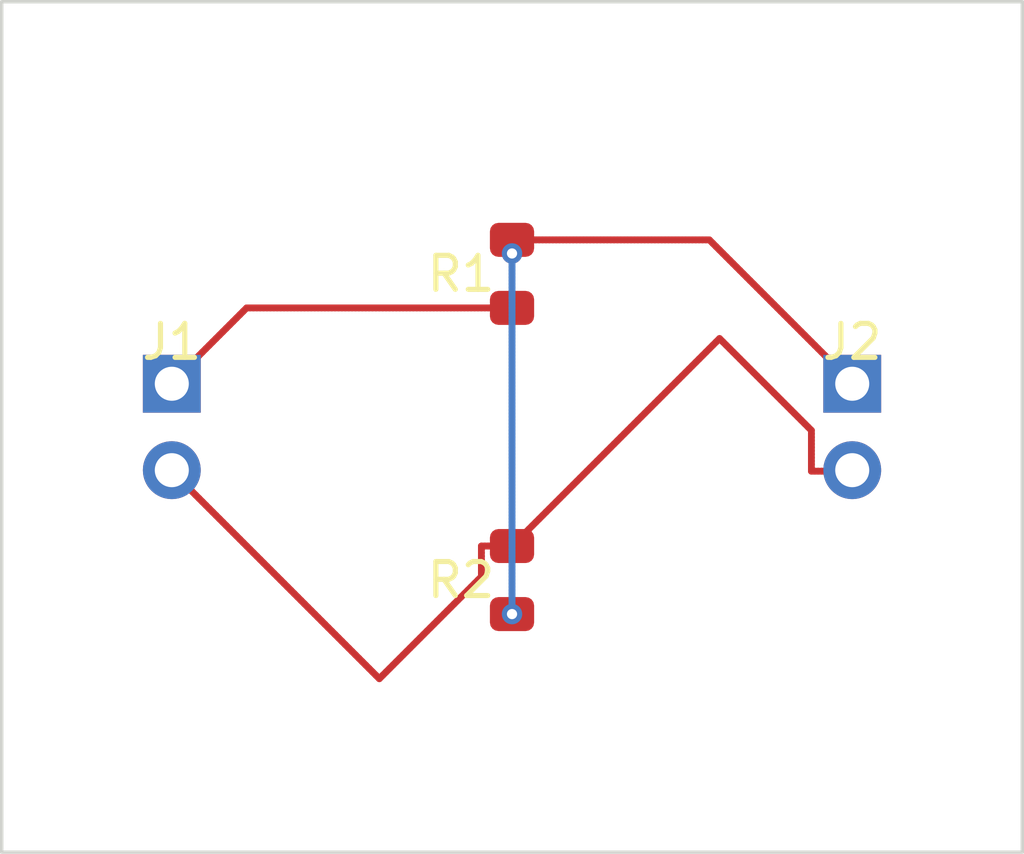
<source format=kicad_pcb>
(kicad_pcb (version 20240108) (generator "kicad-tools-demo") (generator_version "8.0")
  (layers (0 "F.Cu" signal) (31 "B.Cu" signal) (34 "B.Paste" user) (35 "F.Paste" user) (36 "B.SilkS" user "B.Silkscreen") (37 "F.SilkS" user "F.Silkscreen") (38 "B.Mask" user) (39 "F.Mask" user) (44 "Edge.Cuts" user))
  (net 0 "")
  (net 1 "VIN")
  (net 2 "VOUT")
  (net 3 "GND")
  (gr_rect (start 100.0 100.0) (end 130.0 125.0) (stroke (width 0.1)) (fill none) (layer "Edge.Cuts"))
  (footprint "Connector_PinHeader_2.54mm:PinHeader_1x02_P2.54mm_Vertical" (layer "F.Cu") (at 105.0 112.5)
    (fp_text reference "J1" (at 0 -2.5) (layer "F.SilkS"))
    (fp_text value "Conn_01x02")
    (pad "1" thru_hole rect (at 0 -1.270) (size 1.7 1.7) (drill 1.0) (layers "*.Cu" "*.Mask") (net 1 "VIN"))
    (pad "2" thru_hole oval (at 0 1.270) (size 1.7 1.7) (drill 1.0) (layers "*.Cu" "*.Mask") (net 3 "GND"))
  )
  (footprint "Resistor_SMD:R_0805_2012Metric" (layer "F.Cu") (at 115.0 108.0 90)
    (fp_text reference "R1" (at 0 -1.5) (layer "F.SilkS"))
    (fp_text value "10k")
    (pad "1" smd roundrect (at -1.0 0 90) (size 1.0 1.3) (layers "F.Cu" "F.Paste" "F.Mask") (net 1 "VIN"))
    (pad "2" smd roundrect (at 1.0 0 90) (size 1.0 1.3) (layers "F.Cu" "F.Paste" "F.Mask") (net 2 "VOUT"))
  )
  (footprint "Resistor_SMD:R_0805_2012Metric" (layer "F.Cu") (at 115.0 117.0 90)
    (fp_text reference "R2" (at 0 -1.5) (layer "F.SilkS"))
    (fp_text value "10k")
    (pad "1" smd roundrect (at -1.0 0 90) (size 1.0 1.3) (layers "F.Cu" "F.Paste" "F.Mask") (net 2 "VOUT"))
    (pad "2" smd roundrect (at 1.0 0 90) (size 1.0 1.3) (layers "F.Cu" "F.Paste" "F.Mask") (net 3 "GND"))
  )
  (footprint "Connector_PinHeader_2.54mm:PinHeader_1x02_P2.54mm_Vertical" (layer "F.Cu") (at 125.0 112.5)
    (fp_text reference "J2" (at 0 -2.5) (layer "F.SilkS"))
    (fp_text value "Conn_01x02")
    (pad "1" thru_hole rect (at 0 -1.270) (size 1.7 1.7) (drill 1.0) (layers "*.Cu" "*.Mask") (net 2 "VOUT"))
    (pad "2" thru_hole oval (at 0 1.270) (size 1.7 1.7) (drill 1.0) (layers "*.Cu" "*.Mask") (net 3 "GND"))
  )
  (segment (start 105.0000 113.7700) (end 105.0000 113.8000) (width 0.2) (layer "F.Cu") (net 3))
  (segment (start 105.0000 113.8000) (end 105.1000 113.9000) (width 0.2) (layer "F.Cu") (net 3))
  (segment (start 105.1000 113.9000) (end 105.2000 114.0000) (width 0.2) (layer "F.Cu") (net 3))
  (segment (start 105.2000 114.0000) (end 105.3000 114.1000) (width 0.2) (layer "F.Cu") (net 3))
  (segment (start 105.3000 114.1000) (end 105.4000 114.2000) (width 0.2) (layer "F.Cu") (net 3))
  (segment (start 105.4000 114.2000) (end 105.5000 114.3000) (width 0.2) (layer "F.Cu") (net 3))
  (segment (start 105.5000 114.3000) (end 105.6000 114.4000) (width 0.2) (layer "F.Cu") (net 3))
  (segment (start 105.6000 114.4000) (end 105.7000 114.5000) (width 0.2) (layer "F.Cu") (net 3))
  (segment (start 105.7000 114.5000) (end 105.8000 114.6000) (width 0.2) (layer "F.Cu") (net 3))
  (segment (start 105.8000 114.6000) (end 105.9000 114.7000) (width 0.2) (layer "F.Cu") (net 3))
  (segment (start 105.9000 114.7000) (end 106.0000 114.8000) (width 0.2) (layer "F.Cu") (net 3))
  (segment (start 106.0000 114.8000) (end 106.1000 114.9000) (width 0.2) (layer "F.Cu") (net 3))
  (segment (start 106.1000 114.9000) (end 106.2000 115.0000) (width 0.2) (layer "F.Cu") (net 3))
  (segment (start 106.2000 115.0000) (end 106.3000 115.1000) (width 0.2) (layer "F.Cu") (net 3))
  (segment (start 106.3000 115.1000) (end 106.4000 115.2000) (width 0.2) (layer "F.Cu") (net 3))
  (segment (start 106.4000 115.2000) (end 106.5000 115.3000) (width 0.2) (layer "F.Cu") (net 3))
  (segment (start 106.5000 115.3000) (end 106.6000 115.4000) (width 0.2) (layer "F.Cu") (net 3))
  (segment (start 106.6000 115.4000) (end 106.7000 115.5000) (width 0.2) (layer "F.Cu") (net 3))
  (segment (start 106.7000 115.5000) (end 106.8000 115.6000) (width 0.2) (layer "F.Cu") (net 3))
  (segment (start 106.8000 115.6000) (end 106.9000 115.7000) (width 0.2) (layer "F.Cu") (net 3))
  (segment (start 106.9000 115.7000) (end 107.0000 115.8000) (width 0.2) (layer "F.Cu") (net 3))
  (segment (start 107.0000 115.8000) (end 107.1000 115.9000) (width 0.2) (layer "F.Cu") (net 3))
  (segment (start 107.1000 115.9000) (end 107.2000 116.0000) (width 0.2) (layer "F.Cu") (net 3))
  (segment (start 107.2000 116.0000) (end 107.3000 116.1000) (width 0.2) (layer "F.Cu") (net 3))
  (segment (start 107.3000 116.1000) (end 107.4000 116.2000) (width 0.2) (layer "F.Cu") (net 3))
  (segment (start 107.4000 116.2000) (end 107.5000 116.3000) (width 0.2) (layer "F.Cu") (net 3))
  (segment (start 107.5000 116.3000) (end 107.6000 116.4000) (width 0.2) (layer "F.Cu") (net 3))
  (segment (start 107.6000 116.4000) (end 107.7000 116.5000) (width 0.2) (layer "F.Cu") (net 3))
  (segment (start 107.7000 116.5000) (end 107.8000 116.6000) (width 0.2) (layer "F.Cu") (net 3))
  (segment (start 107.8000 116.6000) (end 107.9000 116.7000) (width 0.2) (layer "F.Cu") (net 3))
  (segment (start 107.9000 116.7000) (end 108.0000 116.8000) (width 0.2) (layer "F.Cu") (net 3))
  (segment (start 108.0000 116.8000) (end 108.1000 116.9000) (width 0.2) (layer "F.Cu") (net 3))
  (segment (start 108.1000 116.9000) (end 108.2000 117.0000) (width 0.2) (layer "F.Cu") (net 3))
  (segment (start 108.2000 117.0000) (end 108.3000 117.1000) (width 0.2) (layer "F.Cu") (net 3))
  (segment (start 108.3000 117.1000) (end 108.4000 117.2000) (width 0.2) (layer "F.Cu") (net 3))
  (segment (start 108.4000 117.2000) (end 108.5000 117.3000) (width 0.2) (layer "F.Cu") (net 3))
  (segment (start 108.5000 117.3000) (end 108.6000 117.4000) (width 0.2) (layer "F.Cu") (net 3))
  (segment (start 108.6000 117.4000) (end 108.7000 117.5000) (width 0.2) (layer "F.Cu") (net 3))
  (segment (start 108.7000 117.5000) (end 108.8000 117.6000) (width 0.2) (layer "F.Cu") (net 3))
  (segment (start 108.8000 117.6000) (end 108.9000 117.7000) (width 0.2) (layer "F.Cu") (net 3))
  (segment (start 108.9000 117.7000) (end 109.0000 117.8000) (width 0.2) (layer "F.Cu") (net 3))
  (segment (start 109.0000 117.8000) (end 109.1000 117.9000) (width 0.2) (layer "F.Cu") (net 3))
  (segment (start 109.1000 117.9000) (end 109.2000 118.0000) (width 0.2) (layer "F.Cu") (net 3))
  (segment (start 109.2000 118.0000) (end 109.3000 118.1000) (width 0.2) (layer "F.Cu") (net 3))
  (segment (start 109.3000 118.1000) (end 109.4000 118.2000) (width 0.2) (layer "F.Cu") (net 3))
  (segment (start 109.4000 118.2000) (end 109.5000 118.3000) (width 0.2) (layer "F.Cu") (net 3))
  (segment (start 109.5000 118.3000) (end 109.6000 118.4000) (width 0.2) (layer "F.Cu") (net 3))
  (segment (start 109.6000 118.4000) (end 109.7000 118.5000) (width 0.2) (layer "F.Cu") (net 3))
  (segment (start 109.7000 118.5000) (end 109.8000 118.6000) (width 0.2) (layer "F.Cu") (net 3))
  (segment (start 109.8000 118.6000) (end 109.9000 118.7000) (width 0.2) (layer "F.Cu") (net 3))
  (segment (start 109.9000 118.7000) (end 110.0000 118.8000) (width 0.2) (layer "F.Cu") (net 3))
  (segment (start 110.0000 118.8000) (end 110.1000 118.9000) (width 0.2) (layer "F.Cu") (net 3))
  (segment (start 110.1000 118.9000) (end 110.2000 119.0000) (width 0.2) (layer "F.Cu") (net 3))
  (segment (start 110.2000 119.0000) (end 110.3000 119.1000) (width 0.2) (layer "F.Cu") (net 3))
  (segment (start 110.3000 119.1000) (end 110.4000 119.2000) (width 0.2) (layer "F.Cu") (net 3))
  (segment (start 110.4000 119.2000) (end 110.5000 119.3000) (width 0.2) (layer "F.Cu") (net 3))
  (segment (start 110.5000 119.3000) (end 110.6000 119.4000) (width 0.2) (layer "F.Cu") (net 3))
  (segment (start 110.6000 119.4000) (end 110.7000 119.5000) (width 0.2) (layer "F.Cu") (net 3))
  (segment (start 110.7000 119.5000) (end 110.8000 119.6000) (width 0.2) (layer "F.Cu") (net 3))
  (segment (start 110.8000 119.6000) (end 110.9000 119.7000) (width 0.2) (layer "F.Cu") (net 3))
  (segment (start 110.9000 119.7000) (end 111.0000 119.8000) (width 0.2) (layer "F.Cu") (net 3))
  (segment (start 111.0000 119.8000) (end 111.1000 119.9000) (width 0.2) (layer "F.Cu") (net 3))
  (segment (start 111.1000 119.9000) (end 111.2000 119.8000) (width 0.2) (layer "F.Cu") (net 3))
  (segment (start 111.2000 119.8000) (end 111.3000 119.7000) (width 0.2) (layer "F.Cu") (net 3))
  (segment (start 111.3000 119.7000) (end 111.4000 119.6000) (width 0.2) (layer "F.Cu") (net 3))
  (segment (start 111.4000 119.6000) (end 111.5000 119.5000) (width 0.2) (layer "F.Cu") (net 3))
  (segment (start 111.5000 119.5000) (end 111.6000 119.4000) (width 0.2) (layer "F.Cu") (net 3))
  (segment (start 111.6000 119.4000) (end 111.7000 119.3000) (width 0.2) (layer "F.Cu") (net 3))
  (segment (start 111.7000 119.3000) (end 111.8000 119.2000) (width 0.2) (layer "F.Cu") (net 3))
  (segment (start 111.8000 119.2000) (end 111.9000 119.1000) (width 0.2) (layer "F.Cu") (net 3))
  (segment (start 111.9000 119.1000) (end 112.0000 119.0000) (width 0.2) (layer "F.Cu") (net 3))
  (segment (start 112.0000 119.0000) (end 112.1000 118.9000) (width 0.2) (layer "F.Cu") (net 3))
  (segment (start 112.1000 118.9000) (end 112.2000 118.8000) (width 0.2) (layer "F.Cu") (net 3))
  (segment (start 112.2000 118.8000) (end 112.3000 118.7000) (width 0.2) (layer "F.Cu") (net 3))
  (segment (start 112.3000 118.7000) (end 112.4000 118.6000) (width 0.2) (layer "F.Cu") (net 3))
  (segment (start 112.4000 118.6000) (end 112.5000 118.5000) (width 0.2) (layer "F.Cu") (net 3))
  (segment (start 112.5000 118.5000) (end 112.6000 118.4000) (width 0.2) (layer "F.Cu") (net 3))
  (segment (start 112.6000 118.4000) (end 112.7000 118.3000) (width 0.2) (layer "F.Cu") (net 3))
  (segment (start 112.7000 118.3000) (end 112.8000 118.2000) (width 0.2) (layer "F.Cu") (net 3))
  (segment (start 112.8000 118.2000) (end 112.9000 118.1000) (width 0.2) (layer "F.Cu") (net 3))
  (segment (start 112.9000 118.1000) (end 113.0000 118.0000) (width 0.2) (layer "F.Cu") (net 3))
  (segment (start 113.0000 118.0000) (end 113.1000 117.9000) (width 0.2) (layer "F.Cu") (net 3))
  (segment (start 113.1000 117.9000) (end 113.2000 117.8000) (width 0.2) (layer "F.Cu") (net 3))
  (segment (start 113.2000 117.8000) (end 113.3000 117.7000) (width 0.2) (layer "F.Cu") (net 3))
  (segment (start 113.3000 117.7000) (end 113.4000 117.6000) (width 0.2) (layer "F.Cu") (net 3))
  (segment (start 113.4000 117.6000) (end 113.5000 117.5000) (width 0.2) (layer "F.Cu") (net 3))
  (segment (start 113.5000 117.5000) (end 113.6000 117.4000) (width 0.2) (layer "F.Cu") (net 3))
  (segment (start 113.6000 117.4000) (end 113.7000 117.3000) (width 0.2) (layer "F.Cu") (net 3))
  (segment (start 113.7000 117.3000) (end 113.8000 117.2000) (width 0.2) (layer "F.Cu") (net 3))
  (segment (start 113.8000 117.2000) (end 113.9000 117.1000) (width 0.2) (layer "F.Cu") (net 3))
  (segment (start 113.9000 117.1000) (end 114.0000 117.0000) (width 0.2) (layer "F.Cu") (net 3))
  (segment (start 114.0000 117.0000) (end 114.1000 116.9000) (width 0.2) (layer "F.Cu") (net 3))
  (segment (start 114.1000 116.9000) (end 114.1000 116.8000) (width 0.2) (layer "F.Cu") (net 3))
  (segment (start 114.1000 116.8000) (end 114.1000 116.7000) (width 0.2) (layer "F.Cu") (net 3))
  (segment (start 114.1000 116.7000) (end 114.1000 116.6000) (width 0.2) (layer "F.Cu") (net 3))
  (segment (start 114.1000 116.6000) (end 114.1000 116.5000) (width 0.2) (layer "F.Cu") (net 3))
  (segment (start 114.1000 116.5000) (end 114.1000 116.4000) (width 0.2) (layer "F.Cu") (net 3))
  (segment (start 114.1000 116.4000) (end 114.1000 116.3000) (width 0.2) (layer "F.Cu") (net 3))
  (segment (start 114.1000 116.3000) (end 114.1000 116.2000) (width 0.2) (layer "F.Cu") (net 3))
  (segment (start 114.1000 116.2000) (end 114.1000 116.1000) (width 0.2) (layer "F.Cu") (net 3))
  (segment (start 114.1000 116.1000) (end 114.1000 116.0000) (width 0.2) (layer "F.Cu") (net 3))
  (segment (start 114.1000 116.0000) (end 114.2000 116.0000) (width 0.2) (layer "F.Cu") (net 3))
  (segment (start 114.2000 116.0000) (end 114.3000 116.0000) (width 0.2) (layer "F.Cu") (net 3))
  (segment (start 114.3000 116.0000) (end 114.4000 116.0000) (width 0.2) (layer "F.Cu") (net 3))
  (segment (start 114.4000 116.0000) (end 114.5000 116.0000) (width 0.2) (layer "F.Cu") (net 3))
  (segment (start 114.5000 116.0000) (end 114.6000 116.0000) (width 0.2) (layer "F.Cu") (net 3))
  (segment (start 114.6000 116.0000) (end 114.7000 116.0000) (width 0.2) (layer "F.Cu") (net 3))
  (segment (start 114.7000 116.0000) (end 114.8000 116.0000) (width 0.2) (layer "F.Cu") (net 3))
  (segment (start 114.8000 116.0000) (end 114.9000 116.0000) (width 0.2) (layer "F.Cu") (net 3))
  (segment (start 114.9000 116.0000) (end 115.0000 116.0000) (width 0.2) (layer "F.Cu") (net 3))
  (segment (start 115.0000 116.0000) (end 115.1000 115.9000) (width 0.2) (layer "F.Cu") (net 3))
  (segment (start 115.1000 115.9000) (end 115.2000 115.8000) (width 0.2) (layer "F.Cu") (net 3))
  (segment (start 115.2000 115.8000) (end 115.3000 115.7000) (width 0.2) (layer "F.Cu") (net 3))
  (segment (start 115.3000 115.7000) (end 115.4000 115.6000) (width 0.2) (layer "F.Cu") (net 3))
  (segment (start 115.4000 115.6000) (end 115.5000 115.5000) (width 0.2) (layer "F.Cu") (net 3))
  (segment (start 115.5000 115.5000) (end 115.6000 115.4000) (width 0.2) (layer "F.Cu") (net 3))
  (segment (start 115.6000 115.4000) (end 115.7000 115.3000) (width 0.2) (layer "F.Cu") (net 3))
  (segment (start 115.7000 115.3000) (end 115.8000 115.2000) (width 0.2) (layer "F.Cu") (net 3))
  (segment (start 115.8000 115.2000) (end 115.9000 115.1000) (width 0.2) (layer "F.Cu") (net 3))
  (segment (start 115.9000 115.1000) (end 116.0000 115.0000) (width 0.2) (layer "F.Cu") (net 3))
  (segment (start 116.0000 115.0000) (end 116.1000 114.9000) (width 0.2) (layer "F.Cu") (net 3))
  (segment (start 116.1000 114.9000) (end 116.2000 114.8000) (width 0.2) (layer "F.Cu") (net 3))
  (segment (start 116.2000 114.8000) (end 116.3000 114.7000) (width 0.2) (layer "F.Cu") (net 3))
  (segment (start 116.3000 114.7000) (end 116.4000 114.6000) (width 0.2) (layer "F.Cu") (net 3))
  (segment (start 116.4000 114.6000) (end 116.5000 114.5000) (width 0.2) (layer "F.Cu") (net 3))
  (segment (start 116.5000 114.5000) (end 116.6000 114.4000) (width 0.2) (layer "F.Cu") (net 3))
  (segment (start 116.6000 114.4000) (end 116.7000 114.3000) (width 0.2) (layer "F.Cu") (net 3))
  (segment (start 116.7000 114.3000) (end 116.8000 114.2000) (width 0.2) (layer "F.Cu") (net 3))
  (segment (start 116.8000 114.2000) (end 116.9000 114.1000) (width 0.2) (layer "F.Cu") (net 3))
  (segment (start 116.9000 114.1000) (end 117.0000 114.0000) (width 0.2) (layer "F.Cu") (net 3))
  (segment (start 117.0000 114.0000) (end 117.1000 113.9000) (width 0.2) (layer "F.Cu") (net 3))
  (segment (start 117.1000 113.9000) (end 117.2000 113.8000) (width 0.2) (layer "F.Cu") (net 3))
  (segment (start 117.2000 113.8000) (end 117.3000 113.7000) (width 0.2) (layer "F.Cu") (net 3))
  (segment (start 117.3000 113.7000) (end 117.4000 113.6000) (width 0.2) (layer "F.Cu") (net 3))
  (segment (start 117.4000 113.6000) (end 117.5000 113.5000) (width 0.2) (layer "F.Cu") (net 3))
  (segment (start 117.5000 113.5000) (end 117.6000 113.4000) (width 0.2) (layer "F.Cu") (net 3))
  (segment (start 117.6000 113.4000) (end 117.7000 113.3000) (width 0.2) (layer "F.Cu") (net 3))
  (segment (start 117.7000 113.3000) (end 117.8000 113.2000) (width 0.2) (layer "F.Cu") (net 3))
  (segment (start 117.8000 113.2000) (end 117.9000 113.1000) (width 0.2) (layer "F.Cu") (net 3))
  (segment (start 117.9000 113.1000) (end 118.0000 113.0000) (width 0.2) (layer "F.Cu") (net 3))
  (segment (start 118.0000 113.0000) (end 118.1000 112.9000) (width 0.2) (layer "F.Cu") (net 3))
  (segment (start 118.1000 112.9000) (end 118.2000 112.8000) (width 0.2) (layer "F.Cu") (net 3))
  (segment (start 118.2000 112.8000) (end 118.3000 112.7000) (width 0.2) (layer "F.Cu") (net 3))
  (segment (start 118.3000 112.7000) (end 118.4000 112.6000) (width 0.2) (layer "F.Cu") (net 3))
  (segment (start 118.4000 112.6000) (end 118.5000 112.5000) (width 0.2) (layer "F.Cu") (net 3))
  (segment (start 118.5000 112.5000) (end 118.6000 112.4000) (width 0.2) (layer "F.Cu") (net 3))
  (segment (start 118.6000 112.4000) (end 118.7000 112.3000) (width 0.2) (layer "F.Cu") (net 3))
  (segment (start 118.7000 112.3000) (end 118.8000 112.2000) (width 0.2) (layer "F.Cu") (net 3))
  (segment (start 118.8000 112.2000) (end 118.9000 112.1000) (width 0.2) (layer "F.Cu") (net 3))
  (segment (start 118.9000 112.1000) (end 119.0000 112.0000) (width 0.2) (layer "F.Cu") (net 3))
  (segment (start 119.0000 112.0000) (end 119.1000 111.9000) (width 0.2) (layer "F.Cu") (net 3))
  (segment (start 119.1000 111.9000) (end 119.2000 111.8000) (width 0.2) (layer "F.Cu") (net 3))
  (segment (start 119.2000 111.8000) (end 119.3000 111.7000) (width 0.2) (layer "F.Cu") (net 3))
  (segment (start 119.3000 111.7000) (end 119.4000 111.6000) (width 0.2) (layer "F.Cu") (net 3))
  (segment (start 119.4000 111.6000) (end 119.5000 111.5000) (width 0.2) (layer "F.Cu") (net 3))
  (segment (start 119.5000 111.5000) (end 119.6000 111.4000) (width 0.2) (layer "F.Cu") (net 3))
  (segment (start 119.6000 111.4000) (end 119.7000 111.3000) (width 0.2) (layer "F.Cu") (net 3))
  (segment (start 119.7000 111.3000) (end 119.8000 111.2000) (width 0.2) (layer "F.Cu") (net 3))
  (segment (start 119.8000 111.2000) (end 119.9000 111.1000) (width 0.2) (layer "F.Cu") (net 3))
  (segment (start 119.9000 111.1000) (end 120.0000 111.0000) (width 0.2) (layer "F.Cu") (net 3))
  (segment (start 120.0000 111.0000) (end 120.1000 110.9000) (width 0.2) (layer "F.Cu") (net 3))
  (segment (start 120.1000 110.9000) (end 120.2000 110.8000) (width 0.2) (layer "F.Cu") (net 3))
  (segment (start 120.2000 110.8000) (end 120.3000 110.7000) (width 0.2) (layer "F.Cu") (net 3))
  (segment (start 120.3000 110.7000) (end 120.4000 110.6000) (width 0.2) (layer "F.Cu") (net 3))
  (segment (start 120.4000 110.6000) (end 120.5000 110.5000) (width 0.2) (layer "F.Cu") (net 3))
  (segment (start 120.5000 110.5000) (end 120.6000 110.4000) (width 0.2) (layer "F.Cu") (net 3))
  (segment (start 120.6000 110.4000) (end 120.7000 110.3000) (width 0.2) (layer "F.Cu") (net 3))
  (segment (start 120.7000 110.3000) (end 120.8000 110.2000) (width 0.2) (layer "F.Cu") (net 3))
  (segment (start 120.8000 110.2000) (end 120.9000 110.1000) (width 0.2) (layer "F.Cu") (net 3))
  (segment (start 120.9000 110.1000) (end 121.0000 110.0000) (width 0.2) (layer "F.Cu") (net 3))
  (segment (start 121.0000 110.0000) (end 121.1000 109.9000) (width 0.2) (layer "F.Cu") (net 3))
  (segment (start 121.1000 109.9000) (end 121.2000 110.0000) (width 0.2) (layer "F.Cu") (net 3))
  (segment (start 121.2000 110.0000) (end 121.3000 110.1000) (width 0.2) (layer "F.Cu") (net 3))
  (segment (start 121.3000 110.1000) (end 121.4000 110.2000) (width 0.2) (layer "F.Cu") (net 3))
  (segment (start 121.4000 110.2000) (end 121.5000 110.3000) (width 0.2) (layer "F.Cu") (net 3))
  (segment (start 121.5000 110.3000) (end 121.6000 110.4000) (width 0.2) (layer "F.Cu") (net 3))
  (segment (start 121.6000 110.4000) (end 121.7000 110.5000) (width 0.2) (layer "F.Cu") (net 3))
  (segment (start 121.7000 110.5000) (end 121.8000 110.6000) (width 0.2) (layer "F.Cu") (net 3))
  (segment (start 121.8000 110.6000) (end 121.9000 110.7000) (width 0.2) (layer "F.Cu") (net 3))
  (segment (start 121.9000 110.7000) (end 122.0000 110.8000) (width 0.2) (layer "F.Cu") (net 3))
  (segment (start 122.0000 110.8000) (end 122.1000 110.9000) (width 0.2) (layer "F.Cu") (net 3))
  (segment (start 122.1000 110.9000) (end 122.2000 111.0000) (width 0.2) (layer "F.Cu") (net 3))
  (segment (start 122.2000 111.0000) (end 122.3000 111.1000) (width 0.2) (layer "F.Cu") (net 3))
  (segment (start 122.3000 111.1000) (end 122.4000 111.2000) (width 0.2) (layer "F.Cu") (net 3))
  (segment (start 122.4000 111.2000) (end 122.5000 111.3000) (width 0.2) (layer "F.Cu") (net 3))
  (segment (start 122.5000 111.3000) (end 122.6000 111.4000) (width 0.2) (layer "F.Cu") (net 3))
  (segment (start 122.6000 111.4000) (end 122.7000 111.5000) (width 0.2) (layer "F.Cu") (net 3))
  (segment (start 122.7000 111.5000) (end 122.8000 111.6000) (width 0.2) (layer "F.Cu") (net 3))
  (segment (start 122.8000 111.6000) (end 122.9000 111.7000) (width 0.2) (layer "F.Cu") (net 3))
  (segment (start 122.9000 111.7000) (end 123.0000 111.8000) (width 0.2) (layer "F.Cu") (net 3))
  (segment (start 123.0000 111.8000) (end 123.1000 111.9000) (width 0.2) (layer "F.Cu") (net 3))
  (segment (start 123.1000 111.9000) (end 123.2000 112.0000) (width 0.2) (layer "F.Cu") (net 3))
  (segment (start 123.2000 112.0000) (end 123.3000 112.1000) (width 0.2) (layer "F.Cu") (net 3))
  (segment (start 123.3000 112.1000) (end 123.4000 112.2000) (width 0.2) (layer "F.Cu") (net 3))
  (segment (start 123.4000 112.2000) (end 123.5000 112.3000) (width 0.2) (layer "F.Cu") (net 3))
  (segment (start 123.5000 112.3000) (end 123.6000 112.4000) (width 0.2) (layer "F.Cu") (net 3))
  (segment (start 123.6000 112.4000) (end 123.7000 112.5000) (width 0.2) (layer "F.Cu") (net 3))
  (segment (start 123.7000 112.5000) (end 123.8000 112.6000) (width 0.2) (layer "F.Cu") (net 3))
  (segment (start 123.8000 112.6000) (end 123.8000 112.7000) (width 0.2) (layer "F.Cu") (net 3))
  (segment (start 123.8000 112.7000) (end 123.8000 112.8000) (width 0.2) (layer "F.Cu") (net 3))
  (segment (start 123.8000 112.8000) (end 123.8000 112.9000) (width 0.2) (layer "F.Cu") (net 3))
  (segment (start 123.8000 112.9000) (end 123.8000 113.0000) (width 0.2) (layer "F.Cu") (net 3))
  (segment (start 123.8000 113.0000) (end 123.8000 113.1000) (width 0.2) (layer "F.Cu") (net 3))
  (segment (start 123.8000 113.1000) (end 123.8000 113.2000) (width 0.2) (layer "F.Cu") (net 3))
  (segment (start 123.8000 113.2000) (end 123.8000 113.3000) (width 0.2) (layer "F.Cu") (net 3))
  (segment (start 123.8000 113.3000) (end 123.8000 113.4000) (width 0.2) (layer "F.Cu") (net 3))
  (segment (start 123.8000 113.4000) (end 123.8000 113.5000) (width 0.2) (layer "F.Cu") (net 3))
  (segment (start 123.8000 113.5000) (end 123.8000 113.6000) (width 0.2) (layer "F.Cu") (net 3))
  (segment (start 123.8000 113.6000) (end 123.8000 113.7000) (width 0.2) (layer "F.Cu") (net 3))
  (segment (start 123.8000 113.7000) (end 123.8000 113.8000) (width 0.2) (layer "F.Cu") (net 3))
  (segment (start 123.8000 113.8000) (end 123.9000 113.8000) (width 0.2) (layer "F.Cu") (net 3))
  (segment (start 123.9000 113.8000) (end 124.0000 113.8000) (width 0.2) (layer "F.Cu") (net 3))
  (segment (start 124.0000 113.8000) (end 124.1000 113.8000) (width 0.2) (layer "F.Cu") (net 3))
  (segment (start 124.1000 113.8000) (end 124.2000 113.8000) (width 0.2) (layer "F.Cu") (net 3))
  (segment (start 124.2000 113.8000) (end 124.3000 113.8000) (width 0.2) (layer "F.Cu") (net 3))
  (segment (start 124.3000 113.8000) (end 124.4000 113.8000) (width 0.2) (layer "F.Cu") (net 3))
  (segment (start 124.4000 113.8000) (end 124.5000 113.8000) (width 0.2) (layer "F.Cu") (net 3))
  (segment (start 124.5000 113.8000) (end 124.6000 113.8000) (width 0.2) (layer "F.Cu") (net 3))
  (segment (start 124.6000 113.8000) (end 124.7000 113.8000) (width 0.2) (layer "F.Cu") (net 3))
  (segment (start 124.7000 113.8000) (end 124.8000 113.8000) (width 0.2) (layer "F.Cu") (net 3))
  (segment (start 124.8000 113.8000) (end 124.9000 113.8000) (width 0.2) (layer "F.Cu") (net 3))
  (segment (start 124.9000 113.8000) (end 125.0000 113.8000) (width 0.2) (layer "F.Cu") (net 3))
  (segment (start 125.0000 113.8000) (end 125.0000 113.7700) (width 0.2) (layer "F.Cu") (net 3))
  (segment (start 105.0000 111.2300) (end 105.0000 111.2000) (width 0.2) (layer "F.Cu") (net 1))
  (segment (start 105.0000 111.2000) (end 105.1000 111.1000) (width 0.2) (layer "F.Cu") (net 1))
  (segment (start 105.1000 111.1000) (end 105.2000 111.0000) (width 0.2) (layer "F.Cu") (net 1))
  (segment (start 105.2000 111.0000) (end 105.3000 110.9000) (width 0.2) (layer "F.Cu") (net 1))
  (segment (start 105.3000 110.9000) (end 105.4000 110.8000) (width 0.2) (layer "F.Cu") (net 1))
  (segment (start 105.4000 110.8000) (end 105.5000 110.7000) (width 0.2) (layer "F.Cu") (net 1))
  (segment (start 105.5000 110.7000) (end 105.6000 110.6000) (width 0.2) (layer "F.Cu") (net 1))
  (segment (start 105.6000 110.6000) (end 105.7000 110.5000) (width 0.2) (layer "F.Cu") (net 1))
  (segment (start 105.7000 110.5000) (end 105.8000 110.4000) (width 0.2) (layer "F.Cu") (net 1))
  (segment (start 105.8000 110.4000) (end 105.9000 110.3000) (width 0.2) (layer "F.Cu") (net 1))
  (segment (start 105.9000 110.3000) (end 106.0000 110.2000) (width 0.2) (layer "F.Cu") (net 1))
  (segment (start 106.0000 110.2000) (end 106.1000 110.1000) (width 0.2) (layer "F.Cu") (net 1))
  (segment (start 106.1000 110.1000) (end 106.2000 110.0000) (width 0.2) (layer "F.Cu") (net 1))
  (segment (start 106.2000 110.0000) (end 106.3000 109.9000) (width 0.2) (layer "F.Cu") (net 1))
  (segment (start 106.3000 109.9000) (end 106.4000 109.8000) (width 0.2) (layer "F.Cu") (net 1))
  (segment (start 106.4000 109.8000) (end 106.5000 109.7000) (width 0.2) (layer "F.Cu") (net 1))
  (segment (start 106.5000 109.7000) (end 106.6000 109.6000) (width 0.2) (layer "F.Cu") (net 1))
  (segment (start 106.6000 109.6000) (end 106.7000 109.5000) (width 0.2) (layer "F.Cu") (net 1))
  (segment (start 106.7000 109.5000) (end 106.8000 109.4000) (width 0.2) (layer "F.Cu") (net 1))
  (segment (start 106.8000 109.4000) (end 106.9000 109.3000) (width 0.2) (layer "F.Cu") (net 1))
  (segment (start 106.9000 109.3000) (end 107.0000 109.2000) (width 0.2) (layer "F.Cu") (net 1))
  (segment (start 107.0000 109.2000) (end 107.1000 109.1000) (width 0.2) (layer "F.Cu") (net 1))
  (segment (start 107.1000 109.1000) (end 107.2000 109.0000) (width 0.2) (layer "F.Cu") (net 1))
  (segment (start 107.2000 109.0000) (end 107.3000 109.0000) (width 0.2) (layer "F.Cu") (net 1))
  (segment (start 107.3000 109.0000) (end 107.4000 109.0000) (width 0.2) (layer "F.Cu") (net 1))
  (segment (start 107.4000 109.0000) (end 107.5000 109.0000) (width 0.2) (layer "F.Cu") (net 1))
  (segment (start 107.5000 109.0000) (end 107.6000 109.0000) (width 0.2) (layer "F.Cu") (net 1))
  (segment (start 107.6000 109.0000) (end 107.7000 109.0000) (width 0.2) (layer "F.Cu") (net 1))
  (segment (start 107.7000 109.0000) (end 107.8000 109.0000) (width 0.2) (layer "F.Cu") (net 1))
  (segment (start 107.8000 109.0000) (end 107.9000 109.0000) (width 0.2) (layer "F.Cu") (net 1))
  (segment (start 107.9000 109.0000) (end 108.0000 109.0000) (width 0.2) (layer "F.Cu") (net 1))
  (segment (start 108.0000 109.0000) (end 108.1000 109.0000) (width 0.2) (layer "F.Cu") (net 1))
  (segment (start 108.1000 109.0000) (end 108.2000 109.0000) (width 0.2) (layer "F.Cu") (net 1))
  (segment (start 108.2000 109.0000) (end 108.3000 109.0000) (width 0.2) (layer "F.Cu") (net 1))
  (segment (start 108.3000 109.0000) (end 108.4000 109.0000) (width 0.2) (layer "F.Cu") (net 1))
  (segment (start 108.4000 109.0000) (end 108.5000 109.0000) (width 0.2) (layer "F.Cu") (net 1))
  (segment (start 108.5000 109.0000) (end 108.6000 109.0000) (width 0.2) (layer "F.Cu") (net 1))
  (segment (start 108.6000 109.0000) (end 108.7000 109.0000) (width 0.2) (layer "F.Cu") (net 1))
  (segment (start 108.7000 109.0000) (end 108.8000 109.0000) (width 0.2) (layer "F.Cu") (net 1))
  (segment (start 108.8000 109.0000) (end 108.9000 109.0000) (width 0.2) (layer "F.Cu") (net 1))
  (segment (start 108.9000 109.0000) (end 109.0000 109.0000) (width 0.2) (layer "F.Cu") (net 1))
  (segment (start 109.0000 109.0000) (end 109.1000 109.0000) (width 0.2) (layer "F.Cu") (net 1))
  (segment (start 109.1000 109.0000) (end 109.2000 109.0000) (width 0.2) (layer "F.Cu") (net 1))
  (segment (start 109.2000 109.0000) (end 109.3000 109.0000) (width 0.2) (layer "F.Cu") (net 1))
  (segment (start 109.3000 109.0000) (end 109.4000 109.0000) (width 0.2) (layer "F.Cu") (net 1))
  (segment (start 109.4000 109.0000) (end 109.5000 109.0000) (width 0.2) (layer "F.Cu") (net 1))
  (segment (start 109.5000 109.0000) (end 109.6000 109.0000) (width 0.2) (layer "F.Cu") (net 1))
  (segment (start 109.6000 109.0000) (end 109.7000 109.0000) (width 0.2) (layer "F.Cu") (net 1))
  (segment (start 109.7000 109.0000) (end 109.8000 109.0000) (width 0.2) (layer "F.Cu") (net 1))
  (segment (start 109.8000 109.0000) (end 109.9000 109.0000) (width 0.2) (layer "F.Cu") (net 1))
  (segment (start 109.9000 109.0000) (end 110.0000 109.0000) (width 0.2) (layer "F.Cu") (net 1))
  (segment (start 110.0000 109.0000) (end 110.1000 109.0000) (width 0.2) (layer "F.Cu") (net 1))
  (segment (start 110.1000 109.0000) (end 110.2000 109.0000) (width 0.2) (layer "F.Cu") (net 1))
  (segment (start 110.2000 109.0000) (end 110.3000 109.0000) (width 0.2) (layer "F.Cu") (net 1))
  (segment (start 110.3000 109.0000) (end 110.4000 109.0000) (width 0.2) (layer "F.Cu") (net 1))
  (segment (start 110.4000 109.0000) (end 110.5000 109.0000) (width 0.2) (layer "F.Cu") (net 1))
  (segment (start 110.5000 109.0000) (end 110.6000 109.0000) (width 0.2) (layer "F.Cu") (net 1))
  (segment (start 110.6000 109.0000) (end 110.7000 109.0000) (width 0.2) (layer "F.Cu") (net 1))
  (segment (start 110.7000 109.0000) (end 110.8000 109.0000) (width 0.2) (layer "F.Cu") (net 1))
  (segment (start 110.8000 109.0000) (end 110.9000 109.0000) (width 0.2) (layer "F.Cu") (net 1))
  (segment (start 110.9000 109.0000) (end 111.0000 109.0000) (width 0.2) (layer "F.Cu") (net 1))
  (segment (start 111.0000 109.0000) (end 111.1000 109.0000) (width 0.2) (layer "F.Cu") (net 1))
  (segment (start 111.1000 109.0000) (end 111.2000 109.0000) (width 0.2) (layer "F.Cu") (net 1))
  (segment (start 111.2000 109.0000) (end 111.3000 109.0000) (width 0.2) (layer "F.Cu") (net 1))
  (segment (start 111.3000 109.0000) (end 111.4000 109.0000) (width 0.2) (layer "F.Cu") (net 1))
  (segment (start 111.4000 109.0000) (end 111.5000 109.0000) (width 0.2) (layer "F.Cu") (net 1))
  (segment (start 111.5000 109.0000) (end 111.6000 109.0000) (width 0.2) (layer "F.Cu") (net 1))
  (segment (start 111.6000 109.0000) (end 111.7000 109.0000) (width 0.2) (layer "F.Cu") (net 1))
  (segment (start 111.7000 109.0000) (end 111.8000 109.0000) (width 0.2) (layer "F.Cu") (net 1))
  (segment (start 111.8000 109.0000) (end 111.9000 109.0000) (width 0.2) (layer "F.Cu") (net 1))
  (segment (start 111.9000 109.0000) (end 112.0000 109.0000) (width 0.2) (layer "F.Cu") (net 1))
  (segment (start 112.0000 109.0000) (end 112.1000 109.0000) (width 0.2) (layer "F.Cu") (net 1))
  (segment (start 112.1000 109.0000) (end 112.2000 109.0000) (width 0.2) (layer "F.Cu") (net 1))
  (segment (start 112.2000 109.0000) (end 112.3000 109.0000) (width 0.2) (layer "F.Cu") (net 1))
  (segment (start 112.3000 109.0000) (end 112.4000 109.0000) (width 0.2) (layer "F.Cu") (net 1))
  (segment (start 112.4000 109.0000) (end 112.5000 109.0000) (width 0.2) (layer "F.Cu") (net 1))
  (segment (start 112.5000 109.0000) (end 112.6000 109.0000) (width 0.2) (layer "F.Cu") (net 1))
  (segment (start 112.6000 109.0000) (end 112.7000 109.0000) (width 0.2) (layer "F.Cu") (net 1))
  (segment (start 112.7000 109.0000) (end 112.8000 109.0000) (width 0.2) (layer "F.Cu") (net 1))
  (segment (start 112.8000 109.0000) (end 112.9000 109.0000) (width 0.2) (layer "F.Cu") (net 1))
  (segment (start 112.9000 109.0000) (end 113.0000 109.0000) (width 0.2) (layer "F.Cu") (net 1))
  (segment (start 113.0000 109.0000) (end 113.1000 109.0000) (width 0.2) (layer "F.Cu") (net 1))
  (segment (start 113.1000 109.0000) (end 113.2000 109.0000) (width 0.2) (layer "F.Cu") (net 1))
  (segment (start 113.2000 109.0000) (end 113.3000 109.0000) (width 0.2) (layer "F.Cu") (net 1))
  (segment (start 113.3000 109.0000) (end 113.4000 109.0000) (width 0.2) (layer "F.Cu") (net 1))
  (segment (start 113.4000 109.0000) (end 113.5000 109.0000) (width 0.2) (layer "F.Cu") (net 1))
  (segment (start 113.5000 109.0000) (end 113.6000 109.0000) (width 0.2) (layer "F.Cu") (net 1))
  (segment (start 113.6000 109.0000) (end 113.7000 109.0000) (width 0.2) (layer "F.Cu") (net 1))
  (segment (start 113.7000 109.0000) (end 113.8000 109.0000) (width 0.2) (layer "F.Cu") (net 1))
  (segment (start 113.8000 109.0000) (end 113.9000 109.0000) (width 0.2) (layer "F.Cu") (net 1))
  (segment (start 113.9000 109.0000) (end 114.0000 109.0000) (width 0.2) (layer "F.Cu") (net 1))
  (segment (start 114.0000 109.0000) (end 114.1000 109.0000) (width 0.2) (layer "F.Cu") (net 1))
  (segment (start 114.1000 109.0000) (end 114.2000 109.0000) (width 0.2) (layer "F.Cu") (net 1))
  (segment (start 114.2000 109.0000) (end 114.3000 109.0000) (width 0.2) (layer "F.Cu") (net 1))
  (segment (start 114.3000 109.0000) (end 114.4000 109.0000) (width 0.2) (layer "F.Cu") (net 1))
  (segment (start 114.4000 109.0000) (end 114.5000 109.0000) (width 0.2) (layer "F.Cu") (net 1))
  (segment (start 114.5000 109.0000) (end 114.6000 109.0000) (width 0.2) (layer "F.Cu") (net 1))
  (segment (start 114.6000 109.0000) (end 114.7000 109.0000) (width 0.2) (layer "F.Cu") (net 1))
  (segment (start 114.7000 109.0000) (end 114.8000 109.0000) (width 0.2) (layer "F.Cu") (net 1))
  (segment (start 114.8000 109.0000) (end 114.9000 109.0000) (width 0.2) (layer "F.Cu") (net 1))
  (segment (start 114.9000 109.0000) (end 115.0000 109.0000) (width 0.2) (layer "F.Cu") (net 1))
  (segment (start 115.0000 107.0000) (end 115.0000 107.1000) (width 0.2) (layer "F.Cu") (net 2))
  (segment (start 115.0000 107.1000) (end 115.0000 107.2000) (width 0.2) (layer "F.Cu") (net 2))
  (segment (start 115.0000 107.2000) (end 115.0000 107.3000) (width 0.2) (layer "F.Cu") (net 2))
  (segment (start 115.0000 107.3000) (end 115.0000 107.4000) (width 0.2) (layer "F.Cu") (net 2))
  (segment (start 115.0000 107.4000) (end 115.0000 107.5000) (width 0.2) (layer "B.Cu") (net 2))
  (segment (start 115.0000 107.5000) (end 115.0000 107.6000) (width 0.2) (layer "B.Cu") (net 2))
  (segment (start 115.0000 107.6000) (end 115.0000 107.7000) (width 0.2) (layer "B.Cu") (net 2))
  (segment (start 115.0000 107.7000) (end 115.0000 107.8000) (width 0.2) (layer "B.Cu") (net 2))
  (segment (start 115.0000 107.8000) (end 115.0000 107.9000) (width 0.2) (layer "B.Cu") (net 2))
  (segment (start 115.0000 107.9000) (end 115.0000 108.0000) (width 0.2) (layer "B.Cu") (net 2))
  (segment (start 115.0000 108.0000) (end 115.0000 108.1000) (width 0.2) (layer "B.Cu") (net 2))
  (segment (start 115.0000 108.1000) (end 115.0000 108.2000) (width 0.2) (layer "B.Cu") (net 2))
  (segment (start 115.0000 108.2000) (end 115.0000 108.3000) (width 0.2) (layer "B.Cu") (net 2))
  (segment (start 115.0000 108.3000) (end 115.0000 108.4000) (width 0.2) (layer "B.Cu") (net 2))
  (segment (start 115.0000 108.4000) (end 115.0000 108.5000) (width 0.2) (layer "B.Cu") (net 2))
  (segment (start 115.0000 108.5000) (end 115.0000 108.6000) (width 0.2) (layer "B.Cu") (net 2))
  (segment (start 115.0000 108.6000) (end 115.0000 108.7000) (width 0.2) (layer "B.Cu") (net 2))
  (segment (start 115.0000 108.7000) (end 115.0000 108.8000) (width 0.2) (layer "B.Cu") (net 2))
  (segment (start 115.0000 108.8000) (end 115.0000 108.9000) (width 0.2) (layer "B.Cu") (net 2))
  (segment (start 115.0000 108.9000) (end 115.0000 109.0000) (width 0.2) (layer "B.Cu") (net 2))
  (segment (start 115.0000 109.0000) (end 115.0000 109.1000) (width 0.2) (layer "B.Cu") (net 2))
  (segment (start 115.0000 109.1000) (end 115.0000 109.2000) (width 0.2) (layer "B.Cu") (net 2))
  (segment (start 115.0000 109.2000) (end 115.0000 109.3000) (width 0.2) (layer "B.Cu") (net 2))
  (segment (start 115.0000 109.3000) (end 115.0000 109.4000) (width 0.2) (layer "B.Cu") (net 2))
  (segment (start 115.0000 109.4000) (end 115.0000 109.5000) (width 0.2) (layer "B.Cu") (net 2))
  (segment (start 115.0000 109.5000) (end 115.0000 109.6000) (width 0.2) (layer "B.Cu") (net 2))
  (segment (start 115.0000 109.6000) (end 115.0000 109.7000) (width 0.2) (layer "B.Cu") (net 2))
  (segment (start 115.0000 109.7000) (end 115.0000 109.8000) (width 0.2) (layer "B.Cu") (net 2))
  (segment (start 115.0000 109.8000) (end 115.0000 109.9000) (width 0.2) (layer "B.Cu") (net 2))
  (segment (start 115.0000 109.9000) (end 115.0000 110.0000) (width 0.2) (layer "B.Cu") (net 2))
  (segment (start 115.0000 110.0000) (end 115.0000 110.1000) (width 0.2) (layer "B.Cu") (net 2))
  (segment (start 115.0000 110.1000) (end 115.0000 110.2000) (width 0.2) (layer "B.Cu") (net 2))
  (segment (start 115.0000 110.2000) (end 115.0000 110.3000) (width 0.2) (layer "B.Cu") (net 2))
  (segment (start 115.0000 110.3000) (end 115.0000 110.4000) (width 0.2) (layer "B.Cu") (net 2))
  (segment (start 115.0000 110.4000) (end 115.0000 110.5000) (width 0.2) (layer "B.Cu") (net 2))
  (segment (start 115.0000 110.5000) (end 115.0000 110.6000) (width 0.2) (layer "B.Cu") (net 2))
  (segment (start 115.0000 110.6000) (end 115.0000 110.7000) (width 0.2) (layer "B.Cu") (net 2))
  (segment (start 115.0000 110.7000) (end 115.0000 110.8000) (width 0.2) (layer "B.Cu") (net 2))
  (segment (start 115.0000 110.8000) (end 115.0000 110.9000) (width 0.2) (layer "B.Cu") (net 2))
  (segment (start 115.0000 110.9000) (end 115.0000 111.0000) (width 0.2) (layer "B.Cu") (net 2))
  (segment (start 115.0000 111.0000) (end 115.0000 111.1000) (width 0.2) (layer "B.Cu") (net 2))
  (segment (start 115.0000 111.1000) (end 115.0000 111.2000) (width 0.2) (layer "B.Cu") (net 2))
  (segment (start 115.0000 111.2000) (end 115.0000 111.3000) (width 0.2) (layer "B.Cu") (net 2))
  (segment (start 115.0000 111.3000) (end 115.0000 111.4000) (width 0.2) (layer "B.Cu") (net 2))
  (segment (start 115.0000 111.4000) (end 115.0000 111.5000) (width 0.2) (layer "B.Cu") (net 2))
  (segment (start 115.0000 111.5000) (end 115.0000 111.6000) (width 0.2) (layer "B.Cu") (net 2))
  (segment (start 115.0000 111.6000) (end 115.0000 111.7000) (width 0.2) (layer "B.Cu") (net 2))
  (segment (start 115.0000 111.7000) (end 115.0000 111.8000) (width 0.2) (layer "B.Cu") (net 2))
  (segment (start 115.0000 111.8000) (end 115.0000 111.9000) (width 0.2) (layer "B.Cu") (net 2))
  (segment (start 115.0000 111.9000) (end 115.0000 112.0000) (width 0.2) (layer "B.Cu") (net 2))
  (segment (start 115.0000 112.0000) (end 115.0000 112.1000) (width 0.2) (layer "B.Cu") (net 2))
  (segment (start 115.0000 112.1000) (end 115.0000 112.2000) (width 0.2) (layer "B.Cu") (net 2))
  (segment (start 115.0000 112.2000) (end 115.0000 112.3000) (width 0.2) (layer "B.Cu") (net 2))
  (segment (start 115.0000 112.3000) (end 115.0000 112.4000) (width 0.2) (layer "B.Cu") (net 2))
  (segment (start 115.0000 112.4000) (end 115.0000 112.5000) (width 0.2) (layer "B.Cu") (net 2))
  (segment (start 115.0000 112.5000) (end 115.0000 112.6000) (width 0.2) (layer "B.Cu") (net 2))
  (segment (start 115.0000 112.6000) (end 115.0000 112.7000) (width 0.2) (layer "B.Cu") (net 2))
  (segment (start 115.0000 112.7000) (end 115.0000 112.8000) (width 0.2) (layer "B.Cu") (net 2))
  (segment (start 115.0000 112.8000) (end 115.0000 112.9000) (width 0.2) (layer "B.Cu") (net 2))
  (segment (start 115.0000 112.9000) (end 115.0000 113.0000) (width 0.2) (layer "B.Cu") (net 2))
  (segment (start 115.0000 113.0000) (end 115.0000 113.1000) (width 0.2) (layer "B.Cu") (net 2))
  (segment (start 115.0000 113.1000) (end 115.0000 113.2000) (width 0.2) (layer "B.Cu") (net 2))
  (segment (start 115.0000 113.2000) (end 115.0000 113.3000) (width 0.2) (layer "B.Cu") (net 2))
  (segment (start 115.0000 113.3000) (end 115.0000 113.4000) (width 0.2) (layer "B.Cu") (net 2))
  (segment (start 115.0000 113.4000) (end 115.0000 113.5000) (width 0.2) (layer "B.Cu") (net 2))
  (segment (start 115.0000 113.5000) (end 115.0000 113.6000) (width 0.2) (layer "B.Cu") (net 2))
  (segment (start 115.0000 113.6000) (end 115.0000 113.7000) (width 0.2) (layer "B.Cu") (net 2))
  (segment (start 115.0000 113.7000) (end 115.0000 113.8000) (width 0.2) (layer "B.Cu") (net 2))
  (segment (start 115.0000 113.8000) (end 115.0000 113.9000) (width 0.2) (layer "B.Cu") (net 2))
  (segment (start 115.0000 113.9000) (end 115.0000 114.0000) (width 0.2) (layer "B.Cu") (net 2))
  (segment (start 115.0000 114.0000) (end 115.0000 114.1000) (width 0.2) (layer "B.Cu") (net 2))
  (segment (start 115.0000 114.1000) (end 115.0000 114.2000) (width 0.2) (layer "B.Cu") (net 2))
  (segment (start 115.0000 114.2000) (end 115.0000 114.3000) (width 0.2) (layer "B.Cu") (net 2))
  (segment (start 115.0000 114.3000) (end 115.0000 114.4000) (width 0.2) (layer "B.Cu") (net 2))
  (segment (start 115.0000 114.4000) (end 115.0000 114.5000) (width 0.2) (layer "B.Cu") (net 2))
  (segment (start 115.0000 114.5000) (end 115.0000 114.6000) (width 0.2) (layer "B.Cu") (net 2))
  (segment (start 115.0000 114.6000) (end 115.0000 114.7000) (width 0.2) (layer "B.Cu") (net 2))
  (segment (start 115.0000 114.7000) (end 115.0000 114.8000) (width 0.2) (layer "B.Cu") (net 2))
  (segment (start 115.0000 114.8000) (end 115.0000 114.9000) (width 0.2) (layer "B.Cu") (net 2))
  (segment (start 115.0000 114.9000) (end 115.0000 115.0000) (width 0.2) (layer "B.Cu") (net 2))
  (segment (start 115.0000 115.0000) (end 115.0000 115.1000) (width 0.2) (layer "B.Cu") (net 2))
  (segment (start 115.0000 115.1000) (end 115.0000 115.2000) (width 0.2) (layer "B.Cu") (net 2))
  (segment (start 115.0000 115.2000) (end 115.0000 115.3000) (width 0.2) (layer "B.Cu") (net 2))
  (segment (start 115.0000 115.3000) (end 115.0000 115.4000) (width 0.2) (layer "B.Cu") (net 2))
  (segment (start 115.0000 115.4000) (end 115.0000 115.5000) (width 0.2) (layer "B.Cu") (net 2))
  (segment (start 115.0000 115.5000) (end 115.0000 115.6000) (width 0.2) (layer "B.Cu") (net 2))
  (segment (start 115.0000 115.6000) (end 115.0000 115.7000) (width 0.2) (layer "B.Cu") (net 2))
  (segment (start 115.0000 115.7000) (end 115.0000 115.8000) (width 0.2) (layer "B.Cu") (net 2))
  (segment (start 115.0000 115.8000) (end 115.0000 115.9000) (width 0.2) (layer "B.Cu") (net 2))
  (segment (start 115.0000 115.9000) (end 115.0000 116.0000) (width 0.2) (layer "B.Cu") (net 2))
  (segment (start 115.0000 116.0000) (end 115.0000 116.1000) (width 0.2) (layer "B.Cu") (net 2))
  (segment (start 115.0000 116.1000) (end 115.0000 116.2000) (width 0.2) (layer "B.Cu") (net 2))
  (segment (start 115.0000 116.2000) (end 115.0000 116.3000) (width 0.2) (layer "B.Cu") (net 2))
  (segment (start 115.0000 116.3000) (end 115.0000 116.4000) (width 0.2) (layer "B.Cu") (net 2))
  (segment (start 115.0000 116.4000) (end 115.0000 116.5000) (width 0.2) (layer "B.Cu") (net 2))
  (segment (start 115.0000 116.5000) (end 115.0000 116.6000) (width 0.2) (layer "B.Cu") (net 2))
  (segment (start 115.0000 116.6000) (end 115.0000 116.7000) (width 0.2) (layer "B.Cu") (net 2))
  (segment (start 115.0000 116.7000) (end 115.0000 116.8000) (width 0.2) (layer "B.Cu") (net 2))
  (segment (start 115.0000 116.8000) (end 115.0000 116.9000) (width 0.2) (layer "B.Cu") (net 2))
  (segment (start 115.0000 116.9000) (end 115.0000 117.0000) (width 0.2) (layer "B.Cu") (net 2))
  (segment (start 115.0000 117.0000) (end 115.0000 117.1000) (width 0.2) (layer "B.Cu") (net 2))
  (segment (start 115.0000 117.1000) (end 115.0000 117.2000) (width 0.2) (layer "B.Cu") (net 2))
  (segment (start 115.0000 117.2000) (end 115.0000 117.3000) (width 0.2) (layer "B.Cu") (net 2))
  (segment (start 115.0000 117.3000) (end 115.0000 117.4000) (width 0.2) (layer "B.Cu") (net 2))
  (segment (start 115.0000 117.4000) (end 115.0000 117.5000) (width 0.2) (layer "B.Cu") (net 2))
  (segment (start 115.0000 117.5000) (end 115.0000 117.6000) (width 0.2) (layer "B.Cu") (net 2))
  (segment (start 115.0000 117.6000) (end 115.0000 117.7000) (width 0.2) (layer "B.Cu") (net 2))
  (segment (start 115.0000 117.7000) (end 115.0000 117.8000) (width 0.2) (layer "B.Cu") (net 2))
  (segment (start 115.0000 117.8000) (end 115.0000 117.9000) (width 0.2) (layer "B.Cu") (net 2))
  (segment (start 115.0000 117.9000) (end 115.0000 118.0000) (width 0.2) (layer "B.Cu") (net 2))
  (via (at 115.0000 107.4000) (size 0.6) (drill 0.3) (layers "F.Cu" "B.Cu") (net 2))
  (via (at 115.0000 118.0000) (size 0.6) (drill 0.3) (layers "B.Cu" "F.Cu") (net 2))
  (segment (start 115.0000 107.0000) (end 115.1000 107.0000) (width 0.2) (layer "F.Cu") (net 2))
  (segment (start 115.1000 107.0000) (end 115.2000 107.0000) (width 0.2) (layer "F.Cu") (net 2))
  (segment (start 115.2000 107.0000) (end 115.3000 107.0000) (width 0.2) (layer "F.Cu") (net 2))
  (segment (start 115.3000 107.0000) (end 115.4000 107.0000) (width 0.2) (layer "F.Cu") (net 2))
  (segment (start 115.4000 107.0000) (end 115.5000 107.0000) (width 0.2) (layer "F.Cu") (net 2))
  (segment (start 115.5000 107.0000) (end 115.6000 107.0000) (width 0.2) (layer "F.Cu") (net 2))
  (segment (start 115.6000 107.0000) (end 115.7000 107.0000) (width 0.2) (layer "F.Cu") (net 2))
  (segment (start 115.7000 107.0000) (end 115.8000 107.0000) (width 0.2) (layer "F.Cu") (net 2))
  (segment (start 115.8000 107.0000) (end 115.9000 107.0000) (width 0.2) (layer "F.Cu") (net 2))
  (segment (start 115.9000 107.0000) (end 116.0000 107.0000) (width 0.2) (layer "F.Cu") (net 2))
  (segment (start 116.0000 107.0000) (end 116.1000 107.0000) (width 0.2) (layer "F.Cu") (net 2))
  (segment (start 116.1000 107.0000) (end 116.2000 107.0000) (width 0.2) (layer "F.Cu") (net 2))
  (segment (start 116.2000 107.0000) (end 116.3000 107.0000) (width 0.2) (layer "F.Cu") (net 2))
  (segment (start 116.3000 107.0000) (end 116.4000 107.0000) (width 0.2) (layer "F.Cu") (net 2))
  (segment (start 116.4000 107.0000) (end 116.5000 107.0000) (width 0.2) (layer "F.Cu") (net 2))
  (segment (start 116.5000 107.0000) (end 116.6000 107.0000) (width 0.2) (layer "F.Cu") (net 2))
  (segment (start 116.6000 107.0000) (end 116.7000 107.0000) (width 0.2) (layer "F.Cu") (net 2))
  (segment (start 116.7000 107.0000) (end 116.8000 107.0000) (width 0.2) (layer "F.Cu") (net 2))
  (segment (start 116.8000 107.0000) (end 116.9000 107.0000) (width 0.2) (layer "F.Cu") (net 2))
  (segment (start 116.9000 107.0000) (end 117.0000 107.0000) (width 0.2) (layer "F.Cu") (net 2))
  (segment (start 117.0000 107.0000) (end 117.1000 107.0000) (width 0.2) (layer "F.Cu") (net 2))
  (segment (start 117.1000 107.0000) (end 117.2000 107.0000) (width 0.2) (layer "F.Cu") (net 2))
  (segment (start 117.2000 107.0000) (end 117.3000 107.0000) (width 0.2) (layer "F.Cu") (net 2))
  (segment (start 117.3000 107.0000) (end 117.4000 107.0000) (width 0.2) (layer "F.Cu") (net 2))
  (segment (start 117.4000 107.0000) (end 117.5000 107.0000) (width 0.2) (layer "F.Cu") (net 2))
  (segment (start 117.5000 107.0000) (end 117.6000 107.0000) (width 0.2) (layer "F.Cu") (net 2))
  (segment (start 117.6000 107.0000) (end 117.7000 107.0000) (width 0.2) (layer "F.Cu") (net 2))
  (segment (start 117.7000 107.0000) (end 117.8000 107.0000) (width 0.2) (layer "F.Cu") (net 2))
  (segment (start 117.8000 107.0000) (end 117.9000 107.0000) (width 0.2) (layer "F.Cu") (net 2))
  (segment (start 117.9000 107.0000) (end 118.0000 107.0000) (width 0.2) (layer "F.Cu") (net 2))
  (segment (start 118.0000 107.0000) (end 118.1000 107.0000) (width 0.2) (layer "F.Cu") (net 2))
  (segment (start 118.1000 107.0000) (end 118.2000 107.0000) (width 0.2) (layer "F.Cu") (net 2))
  (segment (start 118.2000 107.0000) (end 118.3000 107.0000) (width 0.2) (layer "F.Cu") (net 2))
  (segment (start 118.3000 107.0000) (end 118.4000 107.0000) (width 0.2) (layer "F.Cu") (net 2))
  (segment (start 118.4000 107.0000) (end 118.5000 107.0000) (width 0.2) (layer "F.Cu") (net 2))
  (segment (start 118.5000 107.0000) (end 118.6000 107.0000) (width 0.2) (layer "F.Cu") (net 2))
  (segment (start 118.6000 107.0000) (end 118.7000 107.0000) (width 0.2) (layer "F.Cu") (net 2))
  (segment (start 118.7000 107.0000) (end 118.8000 107.0000) (width 0.2) (layer "F.Cu") (net 2))
  (segment (start 118.8000 107.0000) (end 118.9000 107.0000) (width 0.2) (layer "F.Cu") (net 2))
  (segment (start 118.9000 107.0000) (end 119.0000 107.0000) (width 0.2) (layer "F.Cu") (net 2))
  (segment (start 119.0000 107.0000) (end 119.1000 107.0000) (width 0.2) (layer "F.Cu") (net 2))
  (segment (start 119.1000 107.0000) (end 119.2000 107.0000) (width 0.2) (layer "F.Cu") (net 2))
  (segment (start 119.2000 107.0000) (end 119.3000 107.0000) (width 0.2) (layer "F.Cu") (net 2))
  (segment (start 119.3000 107.0000) (end 119.4000 107.0000) (width 0.2) (layer "F.Cu") (net 2))
  (segment (start 119.4000 107.0000) (end 119.5000 107.0000) (width 0.2) (layer "F.Cu") (net 2))
  (segment (start 119.5000 107.0000) (end 119.6000 107.0000) (width 0.2) (layer "F.Cu") (net 2))
  (segment (start 119.6000 107.0000) (end 119.7000 107.0000) (width 0.2) (layer "F.Cu") (net 2))
  (segment (start 119.7000 107.0000) (end 119.8000 107.0000) (width 0.2) (layer "F.Cu") (net 2))
  (segment (start 119.8000 107.0000) (end 119.9000 107.0000) (width 0.2) (layer "F.Cu") (net 2))
  (segment (start 119.9000 107.0000) (end 120.0000 107.0000) (width 0.2) (layer "F.Cu") (net 2))
  (segment (start 120.0000 107.0000) (end 120.1000 107.0000) (width 0.2) (layer "F.Cu") (net 2))
  (segment (start 120.1000 107.0000) (end 120.2000 107.0000) (width 0.2) (layer "F.Cu") (net 2))
  (segment (start 120.2000 107.0000) (end 120.3000 107.0000) (width 0.2) (layer "F.Cu") (net 2))
  (segment (start 120.3000 107.0000) (end 120.4000 107.0000) (width 0.2) (layer "F.Cu") (net 2))
  (segment (start 120.4000 107.0000) (end 120.5000 107.0000) (width 0.2) (layer "F.Cu") (net 2))
  (segment (start 120.5000 107.0000) (end 120.6000 107.0000) (width 0.2) (layer "F.Cu") (net 2))
  (segment (start 120.6000 107.0000) (end 120.7000 107.0000) (width 0.2) (layer "F.Cu") (net 2))
  (segment (start 120.7000 107.0000) (end 120.8000 107.0000) (width 0.2) (layer "F.Cu") (net 2))
  (segment (start 120.8000 107.0000) (end 120.9000 107.1000) (width 0.2) (layer "F.Cu") (net 2))
  (segment (start 120.9000 107.1000) (end 121.0000 107.2000) (width 0.2) (layer "F.Cu") (net 2))
  (segment (start 121.0000 107.2000) (end 121.1000 107.3000) (width 0.2) (layer "F.Cu") (net 2))
  (segment (start 121.1000 107.3000) (end 121.2000 107.4000) (width 0.2) (layer "F.Cu") (net 2))
  (segment (start 121.2000 107.4000) (end 121.3000 107.5000) (width 0.2) (layer "F.Cu") (net 2))
  (segment (start 121.3000 107.5000) (end 121.4000 107.6000) (width 0.2) (layer "F.Cu") (net 2))
  (segment (start 121.4000 107.6000) (end 121.5000 107.7000) (width 0.2) (layer "F.Cu") (net 2))
  (segment (start 121.5000 107.7000) (end 121.6000 107.8000) (width 0.2) (layer "F.Cu") (net 2))
  (segment (start 121.6000 107.8000) (end 121.7000 107.9000) (width 0.2) (layer "F.Cu") (net 2))
  (segment (start 121.7000 107.9000) (end 121.8000 108.0000) (width 0.2) (layer "F.Cu") (net 2))
  (segment (start 121.8000 108.0000) (end 121.9000 108.1000) (width 0.2) (layer "F.Cu") (net 2))
  (segment (start 121.9000 108.1000) (end 122.0000 108.2000) (width 0.2) (layer "F.Cu") (net 2))
  (segment (start 122.0000 108.2000) (end 122.1000 108.3000) (width 0.2) (layer "F.Cu") (net 2))
  (segment (start 122.1000 108.3000) (end 122.2000 108.4000) (width 0.2) (layer "F.Cu") (net 2))
  (segment (start 122.2000 108.4000) (end 122.3000 108.5000) (width 0.2) (layer "F.Cu") (net 2))
  (segment (start 122.3000 108.5000) (end 122.4000 108.6000) (width 0.2) (layer "F.Cu") (net 2))
  (segment (start 122.4000 108.6000) (end 122.5000 108.7000) (width 0.2) (layer "F.Cu") (net 2))
  (segment (start 122.5000 108.7000) (end 122.6000 108.8000) (width 0.2) (layer "F.Cu") (net 2))
  (segment (start 122.6000 108.8000) (end 122.7000 108.9000) (width 0.2) (layer "F.Cu") (net 2))
  (segment (start 122.7000 108.9000) (end 122.8000 109.0000) (width 0.2) (layer "F.Cu") (net 2))
  (segment (start 122.8000 109.0000) (end 122.9000 109.1000) (width 0.2) (layer "F.Cu") (net 2))
  (segment (start 122.9000 109.1000) (end 123.0000 109.2000) (width 0.2) (layer "F.Cu") (net 2))
  (segment (start 123.0000 109.2000) (end 123.1000 109.3000) (width 0.2) (layer "F.Cu") (net 2))
  (segment (start 123.1000 109.3000) (end 123.2000 109.4000) (width 0.2) (layer "F.Cu") (net 2))
  (segment (start 123.2000 109.4000) (end 123.3000 109.5000) (width 0.2) (layer "F.Cu") (net 2))
  (segment (start 123.3000 109.5000) (end 123.4000 109.6000) (width 0.2) (layer "F.Cu") (net 2))
  (segment (start 123.4000 109.6000) (end 123.5000 109.7000) (width 0.2) (layer "F.Cu") (net 2))
  (segment (start 123.5000 109.7000) (end 123.6000 109.8000) (width 0.2) (layer "F.Cu") (net 2))
  (segment (start 123.6000 109.8000) (end 123.7000 109.9000) (width 0.2) (layer "F.Cu") (net 2))
  (segment (start 123.7000 109.9000) (end 123.8000 110.0000) (width 0.2) (layer "F.Cu") (net 2))
  (segment (start 123.8000 110.0000) (end 123.9000 110.1000) (width 0.2) (layer "F.Cu") (net 2))
  (segment (start 123.9000 110.1000) (end 124.0000 110.2000) (width 0.2) (layer "F.Cu") (net 2))
  (segment (start 124.0000 110.2000) (end 124.1000 110.3000) (width 0.2) (layer "F.Cu") (net 2))
  (segment (start 124.1000 110.3000) (end 124.2000 110.4000) (width 0.2) (layer "F.Cu") (net 2))
  (segment (start 124.2000 110.4000) (end 124.3000 110.5000) (width 0.2) (layer "F.Cu") (net 2))
  (segment (start 124.3000 110.5000) (end 124.4000 110.6000) (width 0.2) (layer "F.Cu") (net 2))
  (segment (start 124.4000 110.6000) (end 124.5000 110.7000) (width 0.2) (layer "F.Cu") (net 2))
  (segment (start 124.5000 110.7000) (end 124.6000 110.8000) (width 0.2) (layer "F.Cu") (net 2))
  (segment (start 124.6000 110.8000) (end 124.7000 110.9000) (width 0.2) (layer "F.Cu") (net 2))
  (segment (start 124.7000 110.9000) (end 124.8000 111.0000) (width 0.2) (layer "F.Cu") (net 2))
  (segment (start 124.8000 111.0000) (end 124.9000 111.1000) (width 0.2) (layer "F.Cu") (net 2))
  (segment (start 124.9000 111.1000) (end 125.0000 111.2000) (width 0.2) (layer "F.Cu") (net 2))
  (segment (start 125.0000 111.2000) (end 125.0000 111.2300) (width 0.2) (layer "F.Cu") (net 2))
)
</source>
